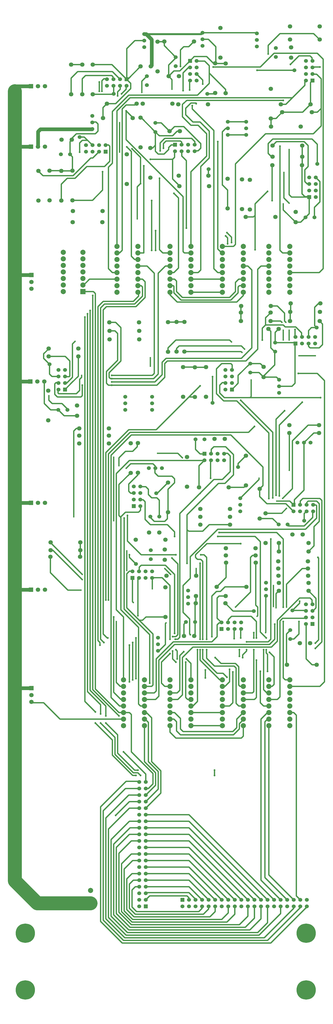
<source format=gbl>
G04 ---------------------------- Layer name :BOTTOM LAYER*
G04 EasyEDA v5.8.16, Sun, 14 Oct 2018 04:50:05 GMT*
G04 5a396672bee444fbbd75647f7a64e84d*
G04 Gerber Generator version 0.2*
G04 Scale: 100 percent, Rotated: No, Reflected: No *
G04 Dimensions in millimeters *
G04 leading zeros omitted , absolute positions ,3 integer and 3 decimal *
%FSLAX33Y33*%
%MOMM*%
G90*
G71D02*

%ADD12C,0.499999*%
%ADD13C,0.799998*%
%ADD14C,1.399997*%
%ADD15C,5.399989*%
%ADD16C,0.750011*%
%ADD17C,0.619760*%
%ADD18C,1.699997*%
%ADD19R,1.699997X1.699997*%
%ADD20C,1.524000*%
%ADD21C,1.999996*%
%ADD22R,1.524000X1.524000*%
%ADD23R,1.999996X1.999996*%
%ADD24C,7.499985*%

%LPD*%
G54D12*
G01X71120Y39624D02*
G01X71120Y40386D01*
G01X70358Y41148D01*
G01X55880Y41148D01*
G01X54356Y39624D01*
G01X73660Y39624D02*
G01X73660Y39878D01*
G01X71120Y42418D01*
G01X54356Y42418D01*
G01X54356Y42164D01*
G01X54356Y44704D02*
G01X71120Y44704D01*
G01X76200Y39624D01*
G01X54356Y47244D02*
G01X71120Y47244D01*
G01X78740Y39624D01*
G01X54356Y49784D02*
G01X71120Y49784D01*
G01X81280Y39624D01*
G01X54356Y52324D02*
G01X71120Y52324D01*
G01X83820Y39624D01*
G01X54356Y54864D02*
G01X71120Y54864D01*
G01X86360Y39624D01*
G01X54356Y57404D02*
G01X71120Y57404D01*
G01X88900Y39624D01*
G01X54356Y59944D02*
G01X71120Y59944D01*
G01X91440Y39624D01*
G01X54356Y62484D02*
G01X71120Y62484D01*
G01X93980Y39624D01*
G01X54356Y65024D02*
G01X71120Y65024D01*
G01X96520Y39624D01*
G01X54356Y67564D02*
G01X71120Y67564D01*
G01X99060Y39624D01*
G01X54356Y70104D02*
G01X71120Y70104D01*
G01X101600Y39624D01*
G01X54356Y72644D02*
G01X71120Y72644D01*
G01X104140Y39624D01*
G01X54356Y82804D02*
G01X55372Y82804D01*
G01X57150Y84582D01*
G01X57150Y88646D01*
G01X51716Y94079D01*
G01X102108Y107188D02*
G01X102108Y49276D01*
G01X111760Y39624D01*
G01X102108Y109728D02*
G01X101600Y109728D01*
G01X100584Y108712D01*
G01X100584Y48260D01*
G01X109220Y39624D01*
G01X102108Y112268D02*
G01X101600Y112268D01*
G01X99060Y109728D01*
G01X99060Y47244D01*
G01X106680Y39624D01*
G01X110236Y112268D02*
G01X111760Y112268D01*
G01X112776Y111252D01*
G01X112776Y41148D01*
G01X114300Y39624D01*
G01X76200Y37084D02*
G01X76200Y36322D01*
G01X74930Y35052D01*
G01X50800Y35052D01*
G01X49022Y36830D01*
G01X49022Y43434D01*
G01X50292Y44704D01*
G01X51816Y44704D01*
G01X78740Y37084D02*
G01X78740Y36068D01*
G01X76708Y34036D01*
G01X50292Y34036D01*
G01X48006Y36322D01*
G01X48006Y45720D01*
G01X49530Y47244D01*
G01X51816Y47244D01*
G01X81280Y37084D02*
G01X81280Y35052D01*
G01X79248Y33020D01*
G01X49784Y33020D01*
G01X46990Y35814D01*
G01X46990Y47752D01*
G01X49022Y49784D01*
G01X51816Y49784D01*
G01X86360Y37084D02*
G01X86360Y34544D01*
G01X83820Y32004D01*
G01X49276Y32004D01*
G01X45974Y35306D01*
G01X45974Y51562D01*
G01X49276Y54864D01*
G01X51816Y54864D01*
G01X88900Y37084D02*
G01X88900Y34036D01*
G01X85852Y30988D01*
G01X49022Y30988D01*
G01X44958Y35052D01*
G01X44958Y53594D01*
G01X48768Y57404D01*
G01X51816Y57404D01*
G01X93980Y37084D02*
G01X93980Y33274D01*
G01X90678Y29972D01*
G01X48768Y29972D01*
G01X43942Y34798D01*
G01X43942Y57658D01*
G01X48768Y62484D01*
G01X51816Y62484D01*
G01X96520Y37084D02*
G01X96520Y32512D01*
G01X92964Y28956D01*
G01X48260Y28956D01*
G01X42926Y34290D01*
G01X42926Y59944D01*
G01X48006Y65024D01*
G01X51816Y65024D01*
G01X99060Y37084D02*
G01X99060Y32258D01*
G01X94742Y27940D01*
G01X47752Y27940D01*
G01X41910Y33782D01*
G01X41910Y61214D01*
G01X48260Y67564D01*
G01X51816Y67564D01*
G01X101600Y37084D02*
G01X101600Y30734D01*
G01X97790Y26924D01*
G01X47244Y26924D01*
G01X40894Y33274D01*
G01X40894Y62992D01*
G01X48006Y70104D01*
G01X51816Y70104D01*
G01X106680Y37084D02*
G01X106680Y34290D01*
G01X98298Y25908D01*
G01X46736Y25908D01*
G01X39878Y32766D01*
G01X39878Y67056D01*
G01X48006Y75184D01*
G01X51816Y75184D01*
G01X111760Y37084D02*
G01X111760Y36322D01*
G01X100330Y24892D01*
G01X46228Y24892D01*
G01X38862Y32258D01*
G01X38862Y71374D01*
G01X47752Y80264D01*
G01X51816Y80264D01*
G01X114300Y37084D02*
G01X114300Y36576D01*
G01X101600Y23876D01*
G01X45720Y23876D01*
G01X37846Y31750D01*
G01X37846Y74168D01*
G01X46482Y82804D01*
G01X51816Y82804D01*
G01X116840Y37084D02*
G01X116840Y36830D01*
G01X102870Y22860D01*
G01X45212Y22860D01*
G01X36830Y31242D01*
G01X36830Y75692D01*
G01X46736Y85598D01*
G01X51562Y85598D01*
G01X51816Y85344D01*
G01X53848Y107188D02*
G01X53848Y97790D01*
G01X53848Y97790D02*
G01X53848Y93218D01*
G01X58166Y88900D01*
G01X58166Y84074D01*
G01X54356Y80264D01*
G01X53848Y109728D02*
G01X54102Y109728D01*
G01X55372Y108458D01*
G01X55372Y98806D01*
G01X55372Y98806D02*
G01X55372Y93218D01*
G01X59182Y89408D01*
G01X59182Y82550D01*
G01X54356Y77724D01*
G01X53848Y112268D02*
G01X54610Y112268D01*
G01X56642Y110236D01*
G01X56642Y99822D01*
G01X56642Y99822D02*
G01X56642Y93218D01*
G01X60198Y89662D01*
G01X60198Y81026D01*
G01X54356Y75184D01*
G01X63754Y107188D02*
G01X63754Y104648D01*
G01X66040Y102362D01*
G01X91440Y102362D01*
G01X92202Y103124D01*
G01X92202Y107188D01*
G01X63754Y109728D02*
G01X65278Y109728D01*
G01X66294Y108712D01*
G01X66294Y105156D01*
G01X67818Y103632D01*
G01X88392Y103632D01*
G01X90678Y105918D01*
G01X90678Y107950D01*
G01X92202Y109474D01*
G01X92202Y109728D01*
G01X63754Y112268D02*
G01X65532Y112268D01*
G01X67818Y109982D01*
G01X67818Y105918D01*
G01X68834Y104902D01*
G01X88138Y104902D01*
G01X89662Y106426D01*
G01X89662Y109728D01*
G01X92202Y112268D01*
G01X81026Y87884D02*
G01X81026Y89916D01*
G01X102108Y117348D02*
G01X105410Y117348D01*
G01X106426Y118364D01*
G01X106426Y147828D01*
G01X107442Y148844D01*
G01X116070Y148844D01*
G01X116438Y149214D01*
G01X63754Y117348D02*
G01X66802Y117348D01*
G01X68580Y119126D01*
G01X68580Y133604D01*
G01X72644Y137668D01*
G01X103124Y137668D01*
G01X105410Y139954D01*
G01X105410Y148082D01*
G01X114046Y156718D01*
G01X118110Y156718D01*
G01X118872Y155956D01*
G01X118872Y154401D01*
G01X118981Y154294D01*
G01X53848Y117348D02*
G01X58166Y117348D01*
G01X59436Y118618D01*
G01X59436Y132588D01*
G01X65532Y138684D01*
G01X102362Y138684D01*
G01X104394Y140716D01*
G01X104394Y140716D02*
G01X104394Y146558D01*
G01X102108Y119888D02*
G01X101346Y119888D01*
G01X100076Y121158D01*
G01X100076Y136652D01*
G01X92202Y119888D02*
G01X95758Y119888D01*
G01X96266Y120396D01*
G01X96266Y136652D01*
G01X96266Y141224D02*
G01X96266Y143256D01*
G01X63754Y119888D02*
G01X66548Y119888D01*
G01X67564Y120904D01*
G01X67564Y134366D01*
G01X69088Y135890D01*
G01X91186Y141224D02*
G01X91186Y144553D01*
G01X91302Y144670D01*
G01X53848Y119888D02*
G01X57658Y119888D01*
G01X58420Y120650D01*
G01X58420Y133096D01*
G01X65024Y139700D01*
G01X67310Y139700D01*
G01X92202Y122428D02*
G01X90932Y122428D01*
G01X90424Y122936D01*
G01X90424Y130048D01*
G01X89154Y131318D01*
G01X83566Y131318D01*
G01X81280Y133604D01*
G01X51308Y149860D02*
G01X51308Y164111D01*
G01X51678Y164482D01*
G01X53848Y122428D02*
G01X56642Y122428D01*
G01X57150Y122936D01*
G01X57150Y142748D01*
G01X48260Y151638D01*
G01X46990Y152908D01*
G01X46990Y166116D01*
G01X48006Y167132D01*
G01X49029Y167132D01*
G01X49138Y167022D01*
G01X63754Y122428D02*
G01X61722Y122428D01*
G01X60452Y123698D01*
G01X60452Y131826D01*
G01X63754Y135128D01*
G01X63754Y140716D02*
G01X63754Y161544D01*
G01X60706Y164592D01*
G01X56865Y164592D01*
G01X56758Y164482D01*
G01X102108Y122428D02*
G01X103378Y122428D01*
G01X104140Y123190D01*
G01X104140Y133858D01*
G01X102362Y135636D01*
G01X65532Y143002D02*
G01X65532Y165862D01*
G01X61976Y169418D01*
G01X52578Y169418D01*
G01X51816Y168656D01*
G01X51816Y167162D01*
G01X51678Y167022D01*
G01X92202Y117348D02*
G01X96520Y117348D01*
G01X97282Y118110D01*
G01X97282Y132588D01*
G01X53848Y114808D02*
G01X52324Y114808D01*
G01X51562Y115570D01*
G01X51562Y145288D01*
G01X44704Y152146D01*
G01X44704Y183388D01*
G01X71882Y107188D02*
G01X84074Y107188D01*
G01X54356Y85344D02*
G01X54356Y88392D01*
G01X45720Y97028D01*
G01X55880Y123698D02*
G01X55880Y142494D01*
G01X45974Y152400D01*
G01X45974Y187706D01*
G01X44704Y183388D02*
G01X44704Y188214D01*
G01X46482Y189992D01*
G01X51562Y189992D01*
G01X52324Y190754D01*
G01X52324Y192285D01*
G01X52217Y192394D01*
G01X45720Y124968D02*
G01X45720Y149352D01*
G01X42926Y152146D01*
G01X42926Y204978D01*
G01X48006Y210058D01*
G01X76969Y210058D01*
G01X77078Y210164D01*
G01X45720Y114808D02*
G01X44196Y114808D01*
G01X40894Y118110D01*
G01X40894Y212090D01*
G01X48768Y219964D01*
G01X87376Y219964D01*
G01X99822Y207518D01*
G01X99822Y200406D01*
G01X67310Y139700D02*
G01X80010Y139700D01*
G01X82042Y141732D01*
G01X82042Y146304D01*
G01X82804Y147066D01*
G01X83535Y147066D01*
G01X83682Y147210D01*
G01X71882Y124968D02*
G01X71882Y131318D01*
G01X70104Y133096D01*
G01X71882Y114808D02*
G01X72644Y114808D01*
G01X74422Y116586D01*
G01X74422Y136652D01*
G01X71628Y172720D02*
G01X82296Y183388D01*
G01X116332Y183388D01*
G01X120650Y187706D01*
G01X120650Y192532D01*
G01X120396Y192786D01*
G01X119349Y192786D01*
G01X119242Y192895D01*
G01X84074Y124968D02*
G01X83058Y124968D01*
G01X75438Y132588D01*
G01X75438Y136652D01*
G01X75438Y140716D02*
G01X75438Y170180D01*
G01X70358Y170180D02*
G01X70358Y188976D01*
G01X82550Y201168D01*
G01X85090Y201168D01*
G01X88392Y204470D01*
G01X88392Y212344D01*
G01X85344Y215392D01*
G01X80772Y215392D01*
G01X79756Y214376D01*
G01X79756Y212844D01*
G01X79618Y212704D01*
G01X110236Y124968D02*
G01X108458Y124968D01*
G01X107696Y125730D01*
G01X107696Y147574D01*
G01X107696Y153162D02*
G01X107696Y179578D01*
G01X105156Y182118D01*
G01X82804Y182118D01*
G01X79502Y203200D02*
G01X79502Y210047D01*
G01X79618Y210164D01*
G01X92202Y114808D02*
G01X90424Y114808D01*
G01X89408Y115824D01*
G01X89408Y129540D01*
G01X88646Y130302D01*
G01X81026Y130302D01*
G01X77978Y133350D01*
G01X77978Y136652D01*
G01X77978Y140716D02*
G01X77978Y172466D01*
G01X76962Y173482D01*
G01X75692Y173482D01*
G01X66040Y173482D02*
G01X52578Y173482D01*
G01X47244Y178816D01*
G01X47244Y188722D01*
G01X51716Y94079D02*
G01X48768Y97028D01*
G01X48768Y111506D01*
G01X48006Y112268D01*
G01X45720Y112268D01*
G01X66548Y133096D02*
G01X66548Y136144D01*
G01X66040Y136652D01*
G01X65786Y140716D02*
G01X66802Y140716D01*
G01X67564Y141478D01*
G01X67564Y172212D01*
G01X67564Y172212D02*
G01X67564Y189484D01*
G01X80772Y202692D01*
G01X84074Y202692D01*
G01X87122Y205740D01*
G01X87122Y211836D01*
G01X86106Y212852D01*
G01X84843Y212852D01*
G01X84698Y212704D01*
G01X102108Y114808D02*
G01X100076Y114808D01*
G01X98806Y116078D01*
G01X98806Y128270D01*
G01X97282Y141224D02*
G01X97282Y147574D01*
G01X95250Y149606D01*
G01X88900Y149606D01*
G01X88900Y149606D02*
G01X87630Y149606D01*
G01X86360Y148336D01*
G01X86360Y147350D01*
G01X86222Y147210D01*
G01X101092Y141224D02*
G01X98806Y143510D01*
G01X98806Y178562D01*
G01X96774Y180594D01*
G01X82296Y180594D01*
G01X110236Y122428D02*
G01X121920Y122428D01*
G01X123698Y124206D01*
G01X123698Y235440D01*
G01X122174Y234442D02*
G01X84836Y234442D01*
G01X83058Y236220D01*
G01X83058Y239268D01*
G01X84074Y240284D01*
G01X85059Y240284D01*
G01X85199Y240146D01*
G01X84074Y114808D02*
G01X86868Y114808D01*
G01X88138Y116078D01*
G01X88138Y128016D01*
G01X120142Y137160D02*
G01X122682Y139700D01*
G01X122682Y194564D01*
G01X121920Y195326D01*
G01X115316Y195326D01*
G01X114300Y194310D01*
G01X114300Y193032D01*
G01X114162Y192892D01*
G01X84074Y122428D02*
G01X85090Y122428D01*
G01X86868Y124206D01*
G01X86868Y129032D01*
G01X120142Y139192D02*
G01X121412Y140462D01*
G01X121412Y172212D01*
G01X121158Y172466D01*
G01X106172Y196342D02*
G01X106172Y223774D01*
G01X115062Y232664D01*
G01X85852Y125984D02*
G01X84328Y127508D01*
G01X82042Y127508D01*
G01X76454Y133096D01*
G01X76454Y136652D01*
G01X76454Y140716D02*
G01X76454Y170644D01*
G01X76454Y170644D02*
G01X76454Y170942D01*
G01X75692Y171704D01*
G01X74422Y171704D01*
G01X73660Y172466D01*
G01X73660Y173482D01*
G01X77942Y177764D01*
G01X77978Y177800D02*
G01X91186Y177800D01*
G01X103632Y195580D02*
G01X103632Y220980D01*
G01X91186Y233426D01*
G01X77470Y125730D02*
G01X77470Y128778D01*
G01X91948Y133604D02*
G01X91948Y134620D01*
G01X93472Y136144D01*
G01X93472Y136652D01*
G01X93472Y139700D02*
G01X101854Y139700D01*
G01X102870Y140716D01*
G01X102870Y179578D01*
G01X104902Y196596D02*
G01X104902Y226060D01*
G01X108204Y229362D01*
G01X71882Y117348D02*
G01X70612Y117348D01*
G01X69850Y118110D01*
G01X69850Y131826D01*
G01X64770Y141732D02*
G01X66040Y141732D01*
G01X66802Y142494D01*
G01X66802Y169926D01*
G01X64516Y172212D01*
G01X102108Y195326D02*
G01X102108Y220726D01*
G01X89662Y233172D01*
G01X84582Y233172D01*
G01X81788Y235966D01*
G01X81788Y245618D01*
G01X83820Y247650D01*
G01X87376Y247650D01*
G01X87884Y247142D01*
G01X87884Y245371D01*
G01X87739Y245226D01*
G01X45720Y122428D02*
G01X44450Y122428D01*
G01X42926Y123952D01*
G01X42926Y147574D01*
G01X39878Y155956D02*
G01X39878Y212598D01*
G01X48260Y220980D01*
G01X94234Y220980D01*
G01X96520Y223266D01*
G01X45720Y117348D02*
G01X44704Y117348D01*
G01X41910Y120142D01*
G01X41910Y149352D01*
G01X38862Y155956D02*
G01X38862Y213106D01*
G01X47752Y221996D01*
G01X58420Y221996D01*
G01X75438Y239014D01*
G01X45720Y112268D02*
G01X43942Y112268D01*
G01X34798Y121412D01*
G01X34798Y274828D01*
G01X34036Y275590D01*
G01X29972Y275590D01*
G01X43180Y280416D02*
G01X32512Y280416D01*
G01X30099Y278003D01*
G01X29972Y278130D01*
G01X48006Y124206D02*
G01X48006Y138430D01*
G01X49276Y124968D02*
G01X49276Y139446D01*
G01X50546Y125476D02*
G01X50546Y141224D01*
G01X36576Y138430D02*
G01X36576Y139446D01*
G01X35814Y140208D01*
G01X35814Y269748D01*
G01X37846Y271780D01*
G01X49530Y271780D01*
G01X51562Y273812D01*
G01X51562Y275082D01*
G01X51308Y275336D01*
G01X38100Y139446D02*
G01X36830Y140716D01*
G01X36830Y269240D01*
G01X38354Y270764D01*
G01X50038Y270764D01*
G01X53086Y273812D01*
G01X53086Y277368D01*
G01X52578Y277876D01*
G01X51308Y277876D01*
G01X39624Y141224D02*
G01X39370Y141224D01*
G01X37846Y142748D01*
G01X37846Y268478D01*
G01X39116Y269748D01*
G01X50546Y269748D01*
G01X54102Y273304D01*
G01X54102Y279400D01*
G01X53086Y280416D01*
G01X51308Y280416D01*
G01X63754Y280416D02*
G01X65532Y280416D01*
G01X66294Y279654D01*
G01X66294Y275590D01*
G01X68580Y273304D01*
G01X86868Y273304D01*
G01X89154Y275590D01*
G01X89154Y279146D01*
G01X90424Y280416D01*
G01X92202Y280416D01*
G01X63754Y277876D02*
G01X65024Y277876D01*
G01X65278Y277622D01*
G01X65278Y275082D01*
G01X67564Y272796D01*
G01X68072Y272288D01*
G01X87376Y272288D01*
G01X90170Y275082D01*
G01X90170Y277368D01*
G01X90678Y277876D01*
G01X92202Y277876D01*
G01X63754Y275336D02*
G01X63754Y274320D01*
G01X66548Y271526D01*
G01X89662Y271526D01*
G01X92202Y274066D01*
G01X92202Y275336D01*
G01X43942Y110998D02*
G01X33782Y121158D01*
G01X33782Y274066D01*
G01X51308Y89916D02*
G01X50038Y89916D01*
G01X43434Y96520D01*
G01X43434Y103632D01*
G01X38862Y108204D01*
G01X38862Y110998D02*
G01X38862Y114808D01*
G01X32766Y120904D01*
G01X32766Y268224D01*
G01X71882Y275336D02*
G01X84074Y275336D01*
G01X49530Y88900D02*
G01X42418Y96012D01*
G01X42418Y102616D01*
G01X36830Y108204D01*
G01X36830Y111760D02*
G01X36830Y115316D01*
G01X31750Y120396D01*
G01X31750Y266954D01*
G01X50546Y87884D02*
G01X49276Y87884D01*
G01X41402Y95758D01*
G01X41402Y101600D01*
G01X34798Y108204D01*
G01X34798Y112522D02*
G01X30734Y116586D01*
G01X30734Y265684D01*
G01X51308Y285496D02*
G01X54864Y285496D01*
G01X57658Y282702D01*
G01X57658Y243840D01*
G01X56896Y243078D01*
G01X41148Y243078D01*
G01X63754Y285496D02*
G01X61976Y285496D01*
G01X59182Y282702D01*
G01X59182Y243586D01*
G01X57404Y241808D01*
G01X41148Y241808D01*
G01X92202Y285496D02*
G01X93980Y285496D01*
G01X95504Y283972D01*
G01X95504Y253746D01*
G01X91440Y249682D01*
G01X62230Y249682D01*
G01X60706Y248158D01*
G01X60706Y243332D01*
G01X57912Y240538D01*
G01X41148Y240538D01*
G01X102108Y285496D02*
G01X99060Y285496D01*
G01X97790Y284226D01*
G01X97790Y253238D01*
G01X93218Y248666D01*
G01X62738Y248666D01*
G01X61722Y247650D01*
G01X61722Y242316D01*
G01X58674Y239268D01*
G01X41148Y239268D01*
G01X29718Y239268D02*
G01X29718Y235204D01*
G01X29210Y234696D01*
G01X20066Y234696D01*
G01X19050Y235712D01*
G01X19050Y239776D01*
G01X19558Y240284D01*
G01X20289Y240284D01*
G01X20426Y240146D01*
G01X43180Y293116D02*
G01X43180Y345694D01*
G01X48260Y350774D01*
G01X111252Y350774D01*
G01X116078Y355600D01*
G01X116078Y357131D01*
G01X116438Y357494D01*
G01X43180Y282956D02*
G01X41402Y282956D01*
G01X39878Y284480D01*
G01X39878Y323850D01*
G01X41402Y325374D01*
G01X41402Y345440D01*
G01X47752Y351790D01*
G01X74422Y351790D01*
G01X78994Y356362D01*
G01X78994Y363220D01*
G01X77216Y364998D01*
G01X74198Y364998D01*
G01X74061Y365135D01*
G01X43180Y290576D02*
G01X44196Y290576D01*
G01X45212Y291592D01*
G01X45212Y345991D01*
G01X44958Y352298D02*
G01X46736Y354076D01*
G01X46736Y355315D01*
G01X46873Y355452D01*
G01X43434Y351536D02*
G01X43434Y353060D01*
G01X44450Y354076D01*
G01X44450Y355338D01*
G01X44333Y355452D01*
G01X110236Y282956D02*
G01X121666Y282956D01*
G01X123190Y284480D01*
G01X123190Y365760D01*
G01X120904Y368046D01*
G01X104140Y368046D01*
G01X98806Y362712D01*
G01X80518Y362712D01*
G01X110236Y290576D02*
G01X107442Y290576D01*
G01X106426Y291592D01*
G01X106426Y331978D01*
G01X84074Y293116D02*
G01X88392Y293116D01*
G01X89154Y293878D01*
G01X89154Y325120D01*
G01X100838Y336804D01*
G01X119380Y336804D01*
G01X122428Y339852D01*
G01X122428Y358140D01*
G01X120650Y359918D01*
G01X119095Y359918D01*
G01X118981Y360034D01*
G01X84074Y290576D02*
G01X83820Y290576D01*
G01X82296Y292100D01*
G01X82296Y333756D01*
G01X84074Y282956D02*
G01X82296Y282956D01*
G01X80772Y284480D01*
G01X80772Y338074D01*
G01X76200Y342646D01*
G01X72390Y346456D01*
G01X72390Y347726D01*
G01X68834Y353568D02*
G01X68834Y360426D01*
G01X71120Y362712D01*
G01X71404Y362712D01*
G01X71521Y362595D01*
G01X71882Y293116D02*
G01X71882Y322072D01*
G01X77978Y328168D01*
G01X77978Y336804D01*
G01X74676Y340106D01*
G01X71882Y340106D01*
G01X68580Y343408D01*
G01X68580Y348234D01*
G01X68961Y348615D01*
G01X70231Y349758D01*
G01X70231Y349758D02*
G01X107696Y349758D01*
G01X110490Y363728D02*
G01X113792Y367030D01*
G01X113792Y367030D02*
G01X118110Y367030D01*
G01X118872Y366268D01*
G01X118872Y365221D01*
G01X118981Y365114D01*
G01X71882Y290576D02*
G01X69342Y290576D01*
G01X68834Y291084D01*
G01X68834Y312420D01*
G01X46736Y334518D01*
G01X46736Y345694D01*
G01X37338Y353314D02*
G01X37338Y357378D01*
G01X38100Y358140D01*
G01X39108Y358140D01*
G01X39253Y357992D01*
G01X71882Y282956D02*
G01X74676Y282956D01*
G01X75692Y283972D01*
G01X75692Y324104D01*
G01X78994Y327406D01*
G01X78994Y337820D01*
G01X78994Y337820D02*
G01X75438Y341376D01*
G01X72644Y341376D01*
G01X69850Y344170D01*
G01X69850Y346710D01*
G01X71882Y348742D01*
G01X73914Y348742D01*
G01X73914Y348488D01*
G01X71374Y353822D02*
G01X71374Y357367D01*
G01X71521Y357515D01*
G01X51308Y290576D02*
G01X53594Y290576D01*
G01X53594Y324358D01*
G01X56134Y326898D02*
G01X64770Y326898D01*
G01X65532Y327660D01*
G01X65532Y329938D01*
G01X65648Y330052D01*
G01X51308Y288036D02*
G01X50038Y288036D01*
G01X48768Y289306D01*
G01X48768Y329946D01*
G01X46990Y331724D01*
G01X56642Y291592D02*
G01X56642Y310896D01*
G01X58166Y291592D02*
G01X58166Y299212D01*
G01X63754Y290576D02*
G01X60960Y290576D01*
G01X59690Y291846D01*
G01X59690Y319532D01*
G01X59944Y330200D02*
G01X59944Y333248D01*
G01X61722Y335026D01*
G01X72136Y335026D01*
G01X73406Y333756D01*
G01X73406Y332732D01*
G01X73268Y332595D01*
G01X63754Y282956D02*
G01X65278Y282956D01*
G01X67056Y284734D01*
G01X67056Y311912D01*
G01X65278Y313690D01*
G01X61214Y331216D02*
G01X61214Y332994D01*
G01X62230Y334010D01*
G01X67818Y334010D01*
G01X68326Y333502D01*
G01X68326Y332732D01*
G01X68188Y332592D01*
G01X87630Y294640D02*
G01X87630Y296672D01*
G01X85852Y298450D01*
G01X96774Y291846D02*
G01X96774Y309626D01*
G01X101600Y314452D01*
G01X86106Y294132D02*
G01X86106Y296418D01*
G01X85344Y297180D01*
G01X70104Y300228D02*
G01X70104Y326390D01*
G01X68326Y328168D01*
G01X68326Y329915D01*
G01X68188Y330052D01*
G01X52324Y317500D02*
G01X52324Y327660D01*
G01X49022Y330962D01*
G01X121920Y362712D02*
G01X119118Y362712D01*
G01X118981Y362574D01*
G01X106728Y348213D02*
G01X108691Y348213D01*
G01X112014Y351536D01*
G01X112014Y361442D02*
G01X97536Y361442D01*
G01X101854Y367792D02*
G01X101854Y371094D01*
G01X106426Y375666D01*
G01X119479Y375666D01*
G01X121785Y373359D01*
G01X76454Y356108D02*
G01X76454Y357662D01*
G01X74061Y360055D01*
G01X78232Y352298D02*
G01X80871Y352298D01*
G01X81259Y352686D01*
G01X67818Y362966D02*
G01X67818Y369316D01*
G01X69088Y370586D01*
G01X71004Y370586D01*
G01X73016Y372597D01*
G01X85364Y352600D02*
G01X85364Y353992D01*
G01X78994Y360362D01*
G01X41910Y352298D02*
G01X41910Y355338D01*
G01X41793Y355452D01*
G01X33761Y352178D02*
G01X41793Y352178D01*
G01X41910Y352298D01*
G01X36322Y353314D02*
G01X36322Y356870D01*
G01X29697Y352178D02*
G01X29697Y358119D01*
G01X30988Y359410D01*
G01X41148Y359410D01*
G01X41656Y358902D01*
G01X41656Y358132D01*
G01X41793Y357992D01*
G01X119796Y304355D02*
G01X119796Y308264D01*
G01X121920Y310388D01*
G01X121920Y318269D01*
G01X120289Y319902D01*
G01X58102Y341030D02*
G01X60370Y341030D01*
G01X63581Y337820D01*
G01X63578Y337820D02*
G01X63754Y337820D01*
G01X65532Y339598D01*
G01X69088Y339598D01*
G01X75692Y332994D01*
G01X75692Y331216D01*
G01X74676Y330200D01*
G01X73413Y330200D01*
G01X73268Y330055D01*
G01X33665Y332376D02*
G01X33637Y332376D01*
G01X30479Y335534D01*
G01X28702Y335534D01*
G01X21569Y310944D02*
G01X21569Y317225D01*
G01X23876Y319532D01*
G01X26924Y319532D01*
G01X31496Y324104D01*
G01X38354Y324104D01*
G01X40386Y326136D01*
G01X40386Y331978D01*
G01X39878Y332486D01*
G01X38854Y332486D01*
G01X38745Y332376D01*
G01X28702Y329692D02*
G01X28702Y333248D01*
G01X29718Y334264D01*
G01X31727Y334264D01*
G01X25928Y311030D02*
G01X33665Y311030D01*
G01X37592Y314957D01*
G01X37592Y322072D01*
G01X67358Y316504D02*
G01X67358Y316689D01*
G01X64770Y319278D01*
G01X64770Y326898D01*
G01X64785Y326913D01*
G01X78605Y320568D02*
G01X78605Y322950D01*
G01X78740Y323088D01*
G01X103378Y310896D02*
G01X103378Y324584D01*
G01X103426Y324632D01*
G01X103515Y327893D02*
G01X103144Y327893D01*
G01X101854Y329184D01*
G01X101854Y332994D01*
G01X103632Y334772D01*
G01X118872Y334772D01*
G01X120904Y332740D01*
G01X120904Y325120D01*
G01X117749Y317362D02*
G01X116977Y317362D01*
G01X116078Y318262D01*
G01X116078Y322834D01*
G01X117348Y324104D01*
G01X117348Y332232D01*
G01X115824Y333756D01*
G01X105057Y333756D01*
G01X103513Y332211D01*
G01X104584Y252313D02*
G01X104302Y252313D01*
G01X102870Y253746D01*
G01X102870Y260176D01*
G01X101934Y261112D01*
G01X123698Y235440D02*
G01X123698Y241046D01*
G01X120904Y243840D01*
G01X113538Y243840D01*
G01X99568Y256794D02*
G01X99568Y261366D01*
G01X100838Y262636D01*
G01X107696Y262636D01*
G01X108458Y261874D01*
G01X112522Y261874D01*
G01X114808Y259588D01*
G01X114808Y258071D01*
G01X114924Y257954D01*
G01X117464Y255414D02*
G01X117464Y254391D01*
G01X118110Y253746D01*
G01X121666Y253746D01*
G01X122936Y255016D01*
G01X122936Y262989D01*
G01X121785Y264139D01*
G01X122039Y270997D02*
G01X121391Y270997D01*
G01X119888Y269494D01*
G01X119888Y262382D01*
G01X120650Y261620D01*
G01X112268Y260858D02*
G01X112268Y258071D01*
G01X112384Y257954D01*
G01X94931Y244185D02*
G01X98284Y244185D01*
G01X100076Y242394D01*
G01X100076Y242394D02*
G01X100076Y242824D01*
G01X104394Y247142D01*
G01X104394Y252122D01*
G01X104584Y252313D01*
G01X80264Y232410D02*
G01X80264Y242570D01*
G01X73426Y234744D02*
G01X71274Y234744D01*
G01X71221Y234797D01*
G01X20426Y242686D02*
G01X17917Y242686D01*
G01X17018Y243586D01*
G01X17018Y247396D01*
G01X27686Y227408D02*
G01X22682Y227408D01*
G01X20411Y229679D01*
G01X16647Y250464D02*
G01X23093Y250464D01*
G01X24892Y248666D01*
G01X24892Y242824D01*
G01X24638Y242570D01*
G01X23083Y242570D01*
G01X22969Y242686D01*
G01X16647Y253512D02*
G01X16647Y253372D01*
G01X14732Y251460D01*
G01X14732Y249682D01*
G01X17018Y247396D01*
G01X59598Y188277D02*
G01X59598Y194655D01*
G01X58674Y195580D01*
G01X56642Y195580D01*
G01X55372Y196850D01*
G01X55372Y198882D01*
G01X54356Y199898D01*
G01X52331Y199898D01*
G01X52217Y200014D01*
G01X65532Y180594D02*
G01X65532Y182372D01*
G01X62738Y185166D01*
G01X56134Y185166D01*
G01X54102Y187198D01*
G01X54102Y194056D01*
G01X53340Y194818D01*
G01X52331Y194818D01*
G01X52217Y194934D01*
G01X115824Y186690D02*
G01X115824Y189476D01*
G01X116702Y190352D01*
G01X44704Y187960D02*
G01X43942Y188722D01*
G01X43942Y200728D01*
G01X48493Y205280D01*
G01X51328Y205366D02*
G01X51328Y204490D01*
G01X47752Y200914D01*
G01X47752Y198120D01*
G01X48514Y197358D01*
G01X49560Y197358D01*
G01X49677Y197474D01*
G01X74978Y199664D02*
G01X74978Y208066D01*
G01X77078Y210164D01*
G01X58420Y197358D02*
G01X58790Y197358D01*
G01X62971Y201538D01*
G01X116702Y192895D02*
G01X116702Y193664D01*
G01X117348Y194310D01*
G01X120650Y194310D01*
G01X121666Y193294D01*
G01X121666Y186436D01*
G01X119634Y184404D01*
G01X119634Y176938D01*
G01X117464Y174772D01*
G01X109382Y185230D02*
G01X109382Y185003D01*
G01X109728Y184658D01*
G01X115316Y184658D01*
G01X115316Y184658D02*
G01X115824Y184658D01*
G01X119126Y187960D01*
G01X119126Y190469D01*
G01X119242Y190352D01*
G01X111252Y151892D02*
G01X116301Y151892D01*
G01X116441Y151754D01*
G01X110426Y140807D02*
G01X111851Y140807D01*
G01X113792Y142748D01*
G01X113792Y147574D01*
G01X118981Y151754D02*
G01X119242Y151754D01*
G01X120396Y152908D01*
G01X120396Y156562D01*
G01X117466Y159491D01*
G01X114046Y155448D02*
G01X114046Y154686D01*
G01X111252Y151892D01*
G01X120601Y130830D02*
G01X118851Y130830D01*
G01X116586Y133096D01*
G01X116586Y146527D01*
G01X116438Y146674D01*
G01X69169Y141986D02*
G01X69169Y146608D01*
G01X69941Y147383D01*
G01X85295Y157500D02*
G01X82824Y157500D01*
G01X82042Y156718D01*
G01X82042Y148851D01*
G01X83682Y147210D01*
G01X96266Y151638D02*
G01X88237Y151638D01*
G01X85206Y154665D01*
G01X48006Y173482D02*
G01X48006Y172466D01*
G01X50546Y169926D01*
G01X61996Y149400D02*
G01X54404Y149400D01*
G01X53086Y148082D01*
G01X51816Y148082D01*
G01X51584Y148313D01*
G01X51816Y77724D02*
G01X48006Y77724D01*
G01X42672Y72390D01*
G54D15*
G01X32941Y38313D02*
G01X12232Y38313D01*
G01X3556Y46990D01*
G01X3556Y353314D01*
G54D14*
G01X9839Y355239D02*
G01X3959Y355239D01*
G01X3556Y354838D01*
G01X9839Y331828D02*
G01X4015Y331828D01*
G01X3556Y331370D01*
G01X10012Y282006D02*
G01X3802Y282006D01*
G01X3556Y281759D01*
G01X9839Y193652D02*
G01X3919Y193652D01*
G01X3556Y193291D01*
G01X9839Y159913D02*
G01X5473Y159913D01*
G01X3556Y157995D01*
G01X10012Y121732D02*
G01X3723Y121732D01*
G01X3556Y121564D01*
G01X9585Y240685D02*
G01X3566Y240685D01*
G01X3556Y240675D01*
G54D12*
G01X20411Y229679D02*
G01X17401Y229679D01*
G01X14925Y232156D01*
G01X58102Y337530D02*
G01X58102Y330009D01*
G01X59182Y328930D01*
G01X61468Y328930D01*
G01X63246Y330708D01*
G01X63246Y331470D01*
G01X64262Y332486D01*
G01X65542Y332486D01*
G01X65648Y332592D01*
G01X45720Y109728D02*
G01X21082Y109728D01*
G01X14732Y116078D01*
G01X10325Y116078D01*
G01X10012Y116392D01*
G01X14925Y232156D02*
G01X14925Y240685D01*
G01X71882Y112268D02*
G01X84074Y112268D01*
G01X71882Y280416D02*
G01X84074Y280416D01*
G01X117464Y257954D02*
G01X117464Y260466D01*
G01X118618Y261620D01*
G01X120650Y261620D01*
G01X66040Y131826D02*
G01X64770Y133096D01*
G01X64770Y136144D01*
G01X90678Y134112D02*
G01X90678Y136652D01*
G01X93337Y161015D02*
G01X85069Y161015D01*
G01X83312Y159258D01*
G01X81788Y159258D01*
G01X80010Y157480D01*
G01X80010Y141732D01*
G01X88646Y140970D02*
G01X88646Y144556D01*
G01X88762Y144670D01*
G01X101600Y128270D02*
G01X101600Y134874D01*
G01X101092Y135382D01*
G01X101092Y136652D01*
G01X29464Y243078D02*
G01X29464Y242316D01*
G01X28702Y241554D01*
G01X28702Y237236D01*
G01X27432Y235966D01*
G01X20574Y235966D01*
G01X20320Y236220D01*
G01X20320Y237497D01*
G01X20429Y237606D01*
G01X99822Y200406D02*
G01X99822Y200337D01*
G01X98572Y199087D01*
G01X98572Y199087D02*
G01X98572Y196067D01*
G01X101346Y193294D01*
G01X108681Y193294D01*
G01X111622Y190352D01*
G01X45212Y345991D02*
G01X45212Y346456D01*
G01X46736Y347980D01*
G01X50223Y347980D01*
G01X50751Y348508D01*
G01X49530Y88900D02*
G01X51308Y88900D01*
G01X52324Y87884D01*
G01X100910Y157548D02*
G01X100910Y143328D01*
G01X100838Y143256D01*
G01X71628Y172720D02*
G01X71628Y164338D01*
G01X68834Y161544D01*
G01X68834Y151130D01*
G01X71374Y148590D01*
G01X71374Y142748D01*
G01X71628Y142494D01*
G01X73795Y157500D02*
G01X73795Y154753D01*
G01X73708Y154665D01*
G01X73442Y147384D02*
G01X73442Y142276D01*
G01X73168Y142002D01*
G01X73442Y147384D02*
G01X73442Y154399D01*
G01X73708Y154665D01*
G01X49138Y164484D02*
G01X49138Y155331D01*
G01X49530Y154940D01*
G01X59109Y136212D02*
G01X59504Y136212D01*
G01X61976Y138684D01*
G01X61976Y146812D01*
G01X62230Y147066D01*
G01X76381Y375988D02*
G01X97209Y375988D01*
G01X97463Y375734D01*
G54D13*
G01X53775Y375480D02*
G01X75873Y375480D01*
G01X76381Y375988D01*
G54D14*
G01X53775Y375480D02*
G01X54541Y375480D01*
G01X56642Y373380D01*
G01X56642Y363299D01*
G01X56308Y362966D01*
G54D12*
G01X53775Y372940D02*
G01X50106Y372940D01*
G01X46990Y369824D01*
G01X46990Y358110D01*
G01X46873Y357993D01*
G01X46873Y357993D02*
G01X47351Y357993D01*
G01X52307Y362949D01*
G01X33761Y363679D02*
G01X41187Y363679D01*
G01X46873Y357993D01*
G01X39251Y348508D02*
G01X42692Y348508D01*
G01X48514Y354330D01*
G01X48514Y356354D01*
G01X46873Y357995D01*
G01X76381Y373448D02*
G01X78671Y373448D01*
G01X81534Y370586D01*
G01X81534Y364462D01*
G01X81259Y364187D01*
G01X85364Y364100D02*
G01X81347Y364100D01*
G01X81259Y364187D01*
G01X81259Y364187D02*
G01X80566Y364187D01*
G01X77978Y366776D01*
G01X73160Y366776D01*
G01X71520Y365135D01*
G01X71520Y365135D02*
G01X71511Y365135D01*
G01X67564Y361188D01*
G01X65278Y361188D01*
G01X63229Y359139D01*
G01X61516Y372597D02*
G01X61516Y371018D01*
G01X65976Y366557D01*
G01X65975Y366558D02*
G01X65975Y366203D01*
G01X63246Y363474D01*
G01X63246Y359156D01*
G01X63229Y359139D01*
G01X44196Y341122D02*
G01X44196Y329946D01*
G01X44196Y329692D01*
G54D14*
G01X12510Y331829D02*
G01X12510Y337630D01*
G01X13462Y338582D01*
G01X33532Y338582D01*
G01X33600Y338650D01*
G54D12*
G01X17038Y322531D02*
G01X21482Y322531D01*
G01X21569Y322444D01*
G01X21569Y322444D02*
G01X25840Y322444D01*
G01X25928Y322531D01*
G01X25928Y322531D02*
G01X25928Y327865D01*
G01X24928Y328865D01*
G01X24928Y328865D02*
G01X24928Y333760D01*
G01X25670Y334501D01*
G01X25669Y334502D02*
G01X25669Y335041D01*
G01X27432Y336804D01*
G01X34798Y336804D01*
G01X35814Y337820D01*
G01X35814Y340614D01*
G01X35052Y341376D01*
G01X33787Y341376D01*
G01X33599Y341190D01*
G01X86178Y341444D02*
G01X93290Y341444D01*
G01X86178Y336364D02*
G01X93290Y336364D01*
G01X115013Y332211D02*
G01X115013Y327893D01*
G01X115013Y327893D01*
G01X115013Y327893D02*
G01X115013Y324720D01*
G01X114926Y324632D01*
G01X114926Y324632D02*
G01X114926Y313571D01*
G01X116078Y312420D01*
G01X117610Y312420D01*
G01X117748Y312282D01*
G01X112505Y302497D02*
G01X114437Y302497D01*
G01X116295Y304356D01*
G01X117748Y312282D02*
G01X117748Y305808D01*
G01X116295Y304356D01*
G01X117748Y312282D02*
G01X110881Y312282D01*
G01X109982Y313182D01*
G01X109982Y330708D01*
G01X86178Y338904D02*
G01X85412Y338904D01*
G01X84074Y337566D01*
G01X84074Y316992D01*
G01X67580Y337803D02*
G01X66531Y337803D01*
G01X64770Y336042D01*
G01X59589Y336042D01*
G01X58101Y337529D01*
G01X52344Y343105D02*
G01X52525Y343105D01*
G01X58101Y337529D01*
G01X110538Y270997D02*
G01X110538Y267902D01*
G01X110371Y267736D01*
G01X110371Y267736D02*
G01X110371Y264227D01*
G01X110284Y264139D01*
G01X104584Y255813D02*
G01X104584Y259778D01*
G01X105934Y261128D01*
G01X94931Y247686D02*
G01X98769Y247686D01*
G01X100060Y246395D01*
G01X68813Y246331D02*
G01X73338Y246331D01*
G01X73426Y246244D01*
G01X73426Y246244D02*
G01X77616Y246244D01*
G01X77703Y246331D01*
G01X94931Y247686D02*
G01X94778Y247686D01*
G01X90170Y243078D01*
G01X90170Y240037D01*
G01X87739Y237606D01*
G01X100076Y242396D02*
G01X105071Y242396D01*
G01X106099Y241368D01*
G01X106099Y238828D02*
G01X111066Y238828D01*
G01X112268Y240030D01*
G01X112268Y255299D01*
G01X112384Y255416D01*
G01X104583Y255814D02*
G01X111986Y255814D01*
G01X112384Y255416D01*
G01X105966Y174772D02*
G01X105966Y178074D01*
G01X56097Y188278D02*
G01X56097Y187996D01*
G01X57658Y186436D01*
G01X61722Y186436D01*
G01X62738Y187452D01*
G01X62738Y189806D01*
G01X62971Y190040D01*
G01X62971Y190040D02*
G01X62971Y198861D01*
G01X65532Y201422D01*
G01X65532Y202946D01*
G01X64516Y203962D01*
G01X59182Y203962D01*
G01X57912Y205232D01*
G01X57912Y206896D01*
G01X58097Y207082D01*
G01X73623Y218250D02*
G01X73623Y214412D01*
G01X75438Y212598D01*
G01X76970Y212598D01*
G01X77078Y212705D01*
G01X115755Y216988D02*
G01X115755Y198559D01*
G01X112014Y194818D01*
G01X112014Y193285D01*
G01X111622Y192893D01*
G01X86478Y199664D02*
G01X92407Y199664D01*
G01X93197Y200454D01*
G01X90170Y207518D02*
G01X90170Y208926D01*
G01X93197Y211954D01*
G01X98298Y203200D02*
G01X98298Y202687D01*
G01X91004Y195394D01*
G01X98572Y187587D02*
G01X103524Y187587D01*
G01X105881Y185230D01*
G01X105156Y194310D02*
G01X110206Y194310D01*
G01X111622Y192893D01*
G01X118228Y348213D02*
G01X118228Y356742D01*
G01X118979Y357494D01*
G01X118736Y345165D02*
G01X120914Y345165D01*
G01X122428Y346679D01*
G01X107236Y345165D02*
G01X115180Y345165D01*
G01X118228Y348213D01*
G01X102849Y342781D02*
G01X104851Y342781D01*
G01X107236Y345165D01*
G01X64516Y354076D02*
G01X64516Y357853D01*
G01X63229Y359139D01*
G01X58907Y372569D02*
G01X61488Y372569D01*
G01X61516Y372597D01*
G01X49227Y342920D02*
G01X49227Y343202D01*
G01X46736Y345694D01*
G01X37727Y342920D02*
G01X37727Y346984D01*
G01X39251Y348508D01*
G01X52832Y352806D02*
G01X52832Y357224D01*
G01X54799Y359192D01*
G01X25379Y352179D02*
G01X25379Y358373D01*
G01X27940Y360934D01*
G01X41393Y360934D01*
G01X44333Y357993D01*
G01X25379Y363679D02*
G01X29697Y363679D01*
G01X102918Y339577D02*
G01X102918Y342713D01*
G01X102849Y342781D01*
G01X12679Y322445D02*
G01X12679Y322346D01*
G01X14478Y320548D01*
G01X26162Y320548D01*
G01X33020Y327406D01*
G01X33774Y327406D01*
G01X36205Y329836D01*
G01X51054Y303784D02*
G01X51054Y316230D01*
G01X52324Y317500D01*
G01X107696Y309626D02*
G01X107696Y307307D01*
G01X112505Y302497D01*
G01X93099Y304525D02*
G01X96111Y304525D01*
G01X96774Y305188D01*
G01X109982Y309880D02*
G01X107950Y311912D01*
G01X107950Y321818D01*
G01X56113Y331334D02*
G01X57043Y331334D01*
G01X58102Y332392D01*
G01X86085Y307896D02*
G01X86085Y314980D01*
G01X84074Y316992D01*
G01X28145Y250464D02*
G01X28145Y242775D01*
G01X25654Y240284D01*
G01X25645Y240284D01*
G01X22967Y237606D01*
G01X40267Y260370D02*
G01X42397Y260370D01*
G01X43434Y259334D01*
G01X43434Y248920D01*
G01X39116Y244602D01*
G01X39116Y240030D01*
G01X39878Y239268D01*
G01X41148Y239268D01*
G01X26924Y256286D02*
G01X25908Y255270D01*
G01X25908Y242316D01*
G01X23622Y240030D01*
G01X23083Y240030D01*
G01X22966Y240146D01*
G01X40180Y263631D02*
G01X42692Y263631D01*
G01X44704Y261620D01*
G01X44704Y248666D01*
G01X40132Y244094D01*
G01X40132Y242316D01*
G01X40640Y241808D01*
G01X41148Y241808D01*
G01X63012Y263770D02*
G01X66186Y263770D01*
G01X66273Y263857D01*
G01X66273Y263857D02*
G01X69321Y263857D01*
G01X69321Y252357D02*
G01X91304Y252357D01*
G01X91694Y251968D01*
G01X66273Y252357D02*
G01X66273Y253471D01*
G01X67310Y254508D01*
G01X91440Y254508D01*
G01X92710Y253238D01*
G01X95250Y241300D02*
G01X95250Y234861D01*
G01X94830Y234442D01*
G01X63012Y252270D02*
G01X63012Y253766D01*
G01X66040Y256794D01*
G01X86868Y256794D01*
G01X87630Y256032D01*
G01X91234Y264139D02*
G01X91234Y267441D01*
G01X91234Y267441D02*
G01X91234Y269934D01*
G01X91321Y270022D01*
G01X102734Y267441D02*
G01X102734Y267326D01*
G01X100838Y265430D01*
G01X100838Y262636D01*
G01X102821Y270022D02*
G01X105389Y270022D01*
G01X108204Y267208D01*
G01X108204Y264160D01*
G01X108671Y263692D01*
G01X109982Y260604D02*
G01X109982Y256794D01*
G01X113792Y250698D02*
G01X120142Y250698D01*
G01X102734Y264139D02*
G01X106700Y264139D01*
G01X107188Y263652D01*
G01X107696Y260604D02*
G01X107696Y256794D01*
G01X58097Y207082D02*
G01X58097Y207840D01*
G01X57150Y208788D01*
G01X48514Y208788D01*
G01X46736Y207010D01*
G01X43942Y208026D02*
G01X43942Y211074D01*
G01X46482Y213614D01*
G01X49276Y213614D01*
G01X51054Y215392D01*
G01X51054Y216593D01*
G01X51328Y216867D01*
G01X41910Y211328D02*
G01X41910Y186690D01*
G01X58928Y212852D02*
G01X66802Y212852D01*
G01X68580Y211074D01*
G01X86986Y185186D02*
G01X79014Y185186D01*
G01X76454Y182626D01*
G01X71004Y182626D01*
G01X70358Y183272D01*
G01X100817Y189602D02*
G01X107052Y189602D01*
G01X108966Y191516D01*
G01X121530Y220746D02*
G01X119513Y220746D01*
G01X115755Y216988D01*
G01X121528Y223794D02*
G01X117368Y223794D01*
G01X111252Y217678D01*
G01X111252Y199136D01*
G01X107442Y195326D01*
G01X110030Y220746D02*
G01X110030Y206296D01*
G01X109982Y206248D01*
G01X110425Y144308D02*
G01X110425Y144207D01*
G01X108966Y142748D01*
G01X108966Y130965D01*
G01X109101Y130830D01*
G01X104902Y152908D02*
G01X104902Y158427D01*
G01X105966Y159491D01*
G01X117212Y168127D02*
G01X115041Y168127D01*
G01X108966Y162052D01*
G01X108966Y153162D01*
G01X85479Y170454D02*
G01X85479Y164659D01*
G01X81836Y161015D01*
G01X96979Y170454D02*
G01X96979Y153972D01*
G01X97790Y153162D01*
G01X97790Y149860D01*
G01X97536Y149606D01*
G01X96890Y173207D02*
G01X95737Y173207D01*
G01X94996Y172466D01*
G01X94996Y159004D01*
G01X89154Y153162D01*
G01X103886Y161544D02*
G01X103886Y153416D01*
G01X64008Y165862D02*
G01X61722Y168148D01*
G01X73914Y168148D02*
G01X73914Y165422D01*
G01X73865Y165374D01*
G01X28907Y178328D02*
G01X28907Y175280D01*
G01X28907Y175280D02*
G01X28907Y172787D01*
G01X28820Y172699D01*
G01X17320Y172699D02*
G01X17320Y166575D01*
G01X24130Y159766D01*
G01X29210Y159766D01*
G01X56896Y160274D02*
G01X56896Y164346D01*
G01X56758Y164484D01*
G01X17407Y175280D02*
G01X18267Y175280D01*
G01X29718Y163830D01*
G01X17407Y178328D02*
G01X17407Y178172D01*
G01X29718Y165862D01*
G01X46990Y175006D02*
G01X46990Y167386D01*
G01X28496Y222524D02*
G01X27452Y222524D01*
G01X26416Y221488D01*
G01X26416Y188214D01*
G01X23912Y229680D02*
G01X23912Y230087D01*
G01X21844Y232156D01*
G01X18034Y232156D01*
G01X16764Y233426D01*
G01X16764Y235204D01*
G01X56134Y249936D02*
G01X56134Y246634D01*
G54D18*
G01X12510Y159914D03*
G54D19*
G01X9839Y159914D03*
G54D18*
G01X15180Y159914D03*
G01X12256Y240686D03*
G54D19*
G01X9585Y240686D03*
G54D18*
G01X14926Y240686D03*
G01X12510Y355240D03*
G54D19*
G01X9839Y355240D03*
G54D18*
G01X15180Y355240D03*
G54D20*
G01X112014Y361442D03*
G01X78232Y352298D03*
G01X41910Y352298D03*
G01X120650Y261620D03*
G01X80264Y232410D03*
G01X17018Y247396D03*
G01X111252Y151892D03*
G01X96266Y151638D03*
G01X50546Y169926D03*
G54D21*
G01X110236Y124968D03*
G01X110236Y122428D03*
G01X110236Y119888D03*
G01X110236Y117348D03*
G01X110236Y114808D03*
G01X110236Y112268D03*
G01X110236Y109728D03*
G01X110236Y107188D03*
G01X102108Y107188D03*
G01X102108Y109728D03*
G01X102108Y112268D03*
G01X102108Y114808D03*
G01X102108Y117348D03*
G01X102108Y119888D03*
G01X102108Y122428D03*
G01X102108Y124968D03*
G01X71882Y124968D03*
G01X71882Y122428D03*
G01X71882Y119888D03*
G01X71882Y117348D03*
G01X71882Y114808D03*
G01X71882Y112268D03*
G01X71882Y109728D03*
G01X71882Y107188D03*
G01X63754Y107188D03*
G01X63754Y109728D03*
G01X63754Y112268D03*
G01X63754Y114808D03*
G01X63754Y117348D03*
G01X63754Y119888D03*
G01X63754Y122428D03*
G01X63754Y124968D03*
G01X71882Y293116D03*
G01X71882Y290576D03*
G01X71882Y288036D03*
G01X71882Y285496D03*
G01X71882Y282956D03*
G01X71882Y280416D03*
G01X71882Y277876D03*
G01X71882Y275336D03*
G01X63754Y275336D03*
G01X63754Y277876D03*
G01X63754Y280416D03*
G01X63754Y282956D03*
G01X63754Y285496D03*
G01X63754Y288036D03*
G01X63754Y290576D03*
G01X63754Y293116D03*
G01X110236Y293116D03*
G01X110236Y290576D03*
G01X110236Y288036D03*
G01X110236Y285496D03*
G01X110236Y282956D03*
G01X110236Y280416D03*
G01X110236Y277876D03*
G01X110236Y275336D03*
G01X102108Y275336D03*
G01X102108Y277876D03*
G01X102108Y280416D03*
G01X102108Y282956D03*
G01X102108Y285496D03*
G01X102108Y288036D03*
G01X102108Y290576D03*
G01X102108Y293116D03*
G54D20*
G01X91302Y147212D03*
G01X91302Y144672D03*
G01X88762Y147212D03*
G01X88762Y144672D03*
G01X86222Y147212D03*
G01X86222Y144672D03*
G01X83682Y147212D03*
G54D22*
G01X83682Y144670D03*
G54D20*
G01X56758Y167024D03*
G01X56758Y164484D03*
G01X54218Y167024D03*
G01X54218Y164484D03*
G01X51678Y167024D03*
G01X51678Y164484D03*
G01X49138Y167024D03*
G54D22*
G01X49138Y164482D03*
G54D20*
G01X120004Y257956D03*
G01X120004Y255416D03*
G01X117464Y257956D03*
G01X117464Y255416D03*
G01X114924Y257956D03*
G01X114924Y255416D03*
G01X112384Y257956D03*
G54D22*
G01X112384Y255414D03*
G54D20*
G01X39253Y355453D03*
G01X39253Y357993D03*
G01X41793Y355453D03*
G01X41793Y357993D03*
G01X44333Y355453D03*
G01X44333Y357993D03*
G01X46873Y355453D03*
G54D22*
G01X46873Y357992D03*
G54D20*
G01X116439Y365114D03*
G01X118979Y365114D03*
G01X116439Y362574D03*
G01X118979Y362574D03*
G01X116439Y360034D03*
G01X118979Y360034D03*
G01X116439Y357494D03*
G54D22*
G01X118981Y357494D03*
G54D20*
G01X74060Y357515D03*
G01X71520Y357515D03*
G01X74060Y360055D03*
G01X71520Y360055D03*
G01X74060Y362595D03*
G01X71520Y362595D03*
G01X74060Y365135D03*
G54D22*
G01X71521Y365135D03*
G54D18*
G01X110284Y378439D03*
G01X121784Y378439D03*
G01X61516Y372597D03*
G01X73016Y372597D03*
G01X29697Y363679D03*
G01X29697Y352179D03*
G01X110727Y370348D03*
G01X110744Y366348D03*
G54D20*
G01X104837Y370114D03*
G01X104837Y366613D03*
G54D18*
G01X63229Y359139D03*
G01X67229Y359156D03*
G54D20*
G01X65975Y366558D03*
G01X65975Y363057D03*
G54D18*
G01X52307Y362949D03*
G01X56307Y362966D03*
G54D20*
G01X54799Y359192D03*
G01X54799Y355691D03*
G54D18*
G01X33761Y363679D03*
G01X33761Y352179D03*
G01X81259Y364187D03*
G01X81259Y352687D03*
G01X110284Y373359D03*
G01X121784Y373359D03*
G01X106728Y348213D03*
G01X118228Y348213D03*
G01X85364Y352600D03*
G01X85364Y364100D03*
G01X50751Y348508D03*
G01X39251Y348508D03*
G01X110284Y264139D03*
G01X121784Y264139D03*
G01X77703Y246331D03*
G01X77703Y234831D03*
G01X28145Y250464D03*
G01X16645Y250464D03*
G01X105934Y261128D03*
G01X101934Y261112D03*
G54D20*
G01X104583Y255814D03*
G01X104583Y252313D03*
G54D18*
G01X100059Y246396D03*
G01X100076Y242396D03*
G54D20*
G01X94931Y247686D03*
G01X94931Y244185D03*
G54D18*
G01X27669Y231410D03*
G01X27686Y227410D03*
G54D20*
G01X23912Y229680D03*
G01X20411Y229680D03*
G54D18*
G01X110538Y270997D03*
G01X122038Y270997D03*
G01X68813Y246331D03*
G01X68813Y234831D03*
G01X28145Y253512D03*
G01X16645Y253512D03*
G01X121871Y267736D03*
G01X110371Y267736D03*
G01X73426Y234744D03*
G01X73426Y246244D03*
G01X16489Y237187D03*
G01X16489Y225687D03*
G01X105966Y159491D03*
G01X117466Y159491D03*
G01X81836Y161015D03*
G01X93336Y161015D03*
G01X73865Y165374D03*
G01X62365Y165374D03*
G01X73168Y142002D03*
G01X69168Y141986D03*
G54D20*
G01X73442Y147384D03*
G01X69941Y147384D03*
G54D18*
G01X61705Y175530D03*
G01X61722Y171530D03*
G54D20*
G01X56323Y175296D03*
G01X56323Y171795D03*
G54D18*
G01X105966Y162539D03*
G01X117466Y162539D03*
G01X73708Y154665D03*
G01X85208Y154665D03*
G01X61927Y179344D03*
G01X50427Y179344D03*
G01X120601Y130830D03*
G01X109101Y130830D03*
G01X85295Y157500D03*
G01X73795Y157500D03*
G01X61996Y149400D03*
G01X61996Y160900D03*
G01X118126Y139208D03*
G01X114126Y139192D03*
G54D20*
G01X110425Y144308D03*
G01X110425Y140807D03*
G01X116439Y154294D03*
G01X118979Y154294D03*
G01X116439Y151754D03*
G01X118979Y151754D03*
G01X116439Y149214D03*
G01X118979Y149214D03*
G01X116439Y146674D03*
G54D22*
G01X118981Y146674D03*
G54D20*
G01X85197Y245226D03*
G01X87737Y245226D03*
G01X85197Y242686D03*
G01X87737Y242686D03*
G01X85197Y240146D03*
G01X87737Y240146D03*
G01X85197Y237606D03*
G54D22*
G01X87739Y237606D03*
G54D20*
G01X20427Y245226D03*
G01X22967Y245226D03*
G01X20427Y242686D03*
G01X22967Y242686D03*
G01X20427Y240146D03*
G01X22967Y240146D03*
G01X20427Y237606D03*
G54D22*
G01X22969Y237606D03*
G54D20*
G01X101019Y162628D03*
G01X101019Y160088D03*
G01X101019Y157548D03*
G01X70793Y159580D03*
G01X70793Y157040D03*
G01X70793Y154500D03*
G01X59109Y141292D03*
G01X59109Y138752D03*
G01X59109Y136212D03*
G54D18*
G01X102849Y354281D03*
G01X102849Y342781D03*
G01X78437Y348254D03*
G01X66937Y348254D03*
G01X49227Y342920D03*
G01X37727Y342920D03*
G01X102918Y339577D03*
G01X114418Y339577D03*
G01X83291Y377903D03*
G01X83291Y366403D03*
G01X53134Y348467D03*
G01X64634Y348467D03*
G01X107236Y345165D03*
G01X118736Y345165D03*
G01X58907Y372569D03*
G01X58907Y361069D03*
G01X25379Y363679D03*
G01X25379Y352179D03*
G01X102821Y270022D03*
G01X91321Y270022D03*
G01X63012Y252270D03*
G01X63012Y263770D03*
G01X40180Y263631D03*
G01X51680Y263631D03*
G01X91234Y267441D03*
G01X102734Y267441D03*
G01X66273Y263857D03*
G01X66273Y252357D03*
G01X51767Y260370D03*
G01X40267Y260370D03*
G01X91234Y264139D03*
G01X102734Y264139D03*
G01X69321Y263857D03*
G01X69321Y252357D03*
G01X51767Y257068D03*
G01X40267Y257068D03*
G54D20*
G01X46409Y234764D03*
G01X46409Y232224D03*
G01X46409Y229684D03*
G01X97463Y375734D03*
G01X97463Y373194D03*
G01X97463Y370654D03*
G01X76381Y375988D03*
G01X76381Y373448D03*
G01X76381Y370908D03*
G01X106099Y241368D03*
G01X106099Y238828D03*
G01X106099Y236288D03*
G01X53775Y375480D03*
G01X53775Y372940D03*
G01X53775Y370400D03*
G01X56823Y234764D03*
G01X56823Y232224D03*
G01X56823Y229684D03*
G54D18*
G01X117299Y165374D03*
G01X105799Y165374D03*
G01X96979Y170454D03*
G01X85479Y170454D03*
G01X17320Y172699D03*
G01X28820Y172699D03*
G01X105712Y168127D03*
G01X117212Y168127D03*
G01X85392Y173207D03*
G01X96892Y173207D03*
G01X28907Y175280D03*
G01X17407Y175280D03*
G01X105712Y170921D03*
G01X117212Y170921D03*
G01X85392Y176001D03*
G01X96892Y176001D03*
G01X28907Y178328D03*
G01X17407Y178328D03*
G01X12510Y193653D03*
G54D19*
G01X9839Y193653D03*
G54D18*
G01X15180Y193653D03*
G01X12510Y331829D03*
G54D19*
G01X9839Y331829D03*
G54D18*
G01X15180Y331829D03*
G54D23*
G01X32939Y38314D03*
G54D21*
G01X32939Y43314D03*
G54D22*
G01X68580Y39624D03*
G54D20*
G01X68580Y37084D03*
G01X71120Y39624D03*
G01X71120Y37084D03*
G01X73660Y39624D03*
G01X73660Y37084D03*
G01X76200Y39624D03*
G01X76200Y37084D03*
G01X78740Y39624D03*
G01X78740Y37084D03*
G01X81280Y39624D03*
G01X81280Y37084D03*
G01X83820Y39624D03*
G01X83820Y37084D03*
G01X86360Y39624D03*
G01X86360Y37084D03*
G01X88900Y39624D03*
G01X88900Y37084D03*
G01X91440Y39624D03*
G01X91440Y37084D03*
G01X93980Y39624D03*
G01X93980Y37084D03*
G01X96520Y39624D03*
G01X96520Y37084D03*
G01X99060Y39624D03*
G01X99060Y37084D03*
G01X101600Y39624D03*
G01X101600Y37084D03*
G01X104140Y39624D03*
G01X104140Y37084D03*
G01X106680Y39624D03*
G01X106680Y37084D03*
G01X109220Y39624D03*
G01X109220Y37084D03*
G01X111760Y39624D03*
G01X111760Y37084D03*
G01X114300Y39624D03*
G01X114300Y37084D03*
G01X116840Y39624D03*
G01X116840Y37084D03*
G01X58420Y197358D03*
G01X90170Y207518D03*
G01X115824Y186690D03*
G01X28702Y335534D03*
G01X78740Y323088D03*
G01X120904Y325120D03*
G54D22*
G01X54356Y37084D03*
G54D20*
G01X51816Y37084D03*
G01X54356Y39624D03*
G01X51816Y39624D03*
G01X54356Y42164D03*
G01X51816Y42164D03*
G01X54356Y44704D03*
G01X51816Y44704D03*
G01X54356Y47244D03*
G01X51816Y47244D03*
G01X54356Y49784D03*
G01X51816Y49784D03*
G01X54356Y52324D03*
G01X51816Y52324D03*
G01X54356Y54864D03*
G01X51816Y54864D03*
G01X54356Y57404D03*
G01X51816Y57404D03*
G01X54356Y59944D03*
G01X51816Y59944D03*
G01X54356Y62484D03*
G01X51816Y62484D03*
G01X54356Y65024D03*
G01X51816Y65024D03*
G01X54356Y67564D03*
G01X51816Y67564D03*
G01X54356Y70104D03*
G01X51816Y70104D03*
G01X54356Y72644D03*
G01X51816Y72644D03*
G01X54356Y75184D03*
G01X51816Y75184D03*
G01X54356Y77724D03*
G01X51816Y77724D03*
G01X54356Y80264D03*
G01X51816Y80264D03*
G01X54356Y82804D03*
G01X51816Y82804D03*
G01X54356Y85344D03*
G01X51816Y85344D03*
G54D18*
G01X10011Y119061D03*
G54D19*
G01X10011Y121732D03*
G54D18*
G01X10011Y116391D03*
G01X10011Y279335D03*
G54D19*
G01X10011Y282006D03*
G54D18*
G01X10011Y276665D03*
G54D21*
G01X45720Y124968D03*
G01X45720Y122428D03*
G01X45720Y119888D03*
G01X45720Y117348D03*
G01X45720Y114808D03*
G01X45720Y112268D03*
G01X45720Y109728D03*
G01X45720Y107188D03*
G01X53848Y107188D03*
G01X53848Y109728D03*
G01X53848Y112268D03*
G01X53848Y114808D03*
G01X53848Y117348D03*
G01X53848Y119888D03*
G01X53848Y122428D03*
G01X53848Y124968D03*
G01X84074Y124968D03*
G01X84074Y122428D03*
G01X84074Y119888D03*
G01X84074Y117348D03*
G01X84074Y114808D03*
G01X84074Y112268D03*
G01X84074Y109728D03*
G01X84074Y107188D03*
G01X92202Y107188D03*
G01X92202Y109728D03*
G01X92202Y112268D03*
G01X92202Y114808D03*
G01X92202Y117348D03*
G01X92202Y119888D03*
G01X92202Y122428D03*
G01X92202Y124968D03*
G54D23*
G01X29972Y275590D03*
G54D21*
G01X29972Y278130D03*
G01X29972Y280670D03*
G01X29972Y283210D03*
G01X29972Y285750D03*
G01X29972Y288290D03*
G01X29972Y290830D03*
G01X22352Y290830D03*
G01X22352Y288290D03*
G01X22352Y285750D03*
G01X22352Y283210D03*
G01X22352Y280670D03*
G01X22352Y278130D03*
G01X22352Y275590D03*
G01X84074Y293116D03*
G01X84074Y290576D03*
G01X84074Y288036D03*
G01X84074Y285496D03*
G01X84074Y282956D03*
G01X84074Y280416D03*
G01X84074Y277876D03*
G01X84074Y275336D03*
G01X92202Y275336D03*
G01X92202Y277876D03*
G01X92202Y280416D03*
G01X92202Y282956D03*
G01X92202Y285496D03*
G01X92202Y288036D03*
G01X92202Y290576D03*
G01X92202Y293116D03*
G01X43180Y293116D03*
G01X43180Y290576D03*
G01X43180Y288036D03*
G01X43180Y285496D03*
G01X43180Y282956D03*
G01X43180Y280416D03*
G01X43180Y277876D03*
G01X43180Y275336D03*
G01X51308Y275336D03*
G01X51308Y277876D03*
G01X51308Y280416D03*
G01X51308Y282956D03*
G01X51308Y285496D03*
G01X51308Y288036D03*
G01X51308Y290576D03*
G01X51308Y293116D03*
G54D20*
G01X55557Y207082D03*
G01X58097Y207082D03*
G01X60637Y207082D03*
G01X91004Y195394D03*
G01X91004Y192854D03*
G01X91004Y190314D03*
G54D18*
G01X28496Y222524D03*
G01X39996Y222524D03*
G01X75486Y191282D03*
G01X86986Y191282D03*
G01X110030Y220746D03*
G01X121530Y220746D03*
G01X37543Y306811D03*
G01X26043Y306811D03*
G01X56113Y319834D03*
G01X56113Y331334D03*
G01X94762Y318975D03*
G01X94762Y307475D03*
G01X28496Y219730D03*
G01X39996Y219730D03*
G01X75486Y188234D03*
G01X86986Y188234D03*
G01X110030Y223794D03*
G01X121530Y223794D03*
G01X25956Y302534D03*
G01X37456Y302534D03*
G01X86085Y307896D03*
G01X86085Y319396D03*
G01X91673Y307642D03*
G01X91673Y319142D03*
G01X100817Y178102D03*
G01X100817Y189602D03*
G01X75486Y185186D03*
G01X86986Y185186D03*
G01X28496Y216682D03*
G01X39996Y216682D03*
G01X104599Y304525D03*
G01X93099Y304525D03*
G01X47010Y328881D03*
G01X47010Y317381D03*
G01X12679Y310944D03*
G01X12679Y322444D03*
G01X51328Y216867D03*
G01X51328Y205367D03*
G01X70337Y199946D03*
G01X70337Y211446D03*
G01X105966Y174772D03*
G01X117466Y174772D03*
G01X25928Y322531D03*
G01X25928Y311031D03*
G01X52344Y343105D03*
G01X52344Y331605D03*
G01X115013Y332211D03*
G01X103513Y332211D03*
G01X81009Y218456D03*
G01X85009Y218440D03*
G01X111235Y181372D03*
G01X115235Y181356D03*
G01X25670Y334501D03*
G01X21670Y334518D03*
G54D20*
G01X24928Y328865D03*
G01X21427Y328865D03*
G54D18*
G01X67580Y337803D03*
G01X63580Y337820D03*
G54D20*
G01X58101Y337529D03*
G01X58101Y341030D03*
G54D18*
G01X112505Y302497D03*
G01X112522Y306497D03*
G54D20*
G01X116295Y304356D03*
G01X119796Y304356D03*
G54D18*
G01X105966Y178074D03*
G01X117466Y178074D03*
G01X93197Y200454D03*
G01X93197Y211954D03*
G01X62971Y190040D03*
G01X62971Y201540D03*
G01X17038Y322531D03*
G01X17038Y311031D03*
G01X67104Y320568D03*
G01X78604Y320568D03*
G01X115013Y327893D03*
G01X103513Y327893D03*
G54D20*
G01X52216Y200014D03*
G01X49676Y200014D03*
G01X52216Y197474D03*
G01X49676Y197474D03*
G01X52216Y194934D03*
G01X49676Y194934D03*
G01X52216Y192394D03*
G54D22*
G01X49677Y192394D03*
G54D20*
G01X119242Y190353D03*
G01X119242Y192893D03*
G01X116702Y190353D03*
G01X116702Y192893D03*
G01X114162Y190353D03*
G01X114162Y192893D03*
G01X111622Y190353D03*
G54D22*
G01X111622Y192892D03*
G54D20*
G01X31125Y332378D03*
G01X31125Y329838D03*
G01X33665Y332378D03*
G01X33665Y329838D03*
G01X36205Y332378D03*
G01X36205Y329838D03*
G01X38745Y332378D03*
G54D22*
G01X38745Y329836D03*
G54D20*
G01X73268Y330053D03*
G01X73268Y332593D03*
G01X70728Y330053D03*
G01X70728Y332593D03*
G01X68188Y330053D03*
G01X68188Y332593D03*
G01X65648Y330053D03*
G54D22*
G01X65648Y332592D03*
G54D20*
G01X120288Y319902D03*
G01X117748Y319902D03*
G01X120288Y317362D03*
G01X117748Y317362D03*
G01X120288Y314822D03*
G01X117748Y314822D03*
G01X120288Y312282D03*
G54D22*
G01X117749Y312282D03*
G54D20*
G01X84698Y210165D03*
G01X84698Y212705D03*
G01X82158Y210165D03*
G01X82158Y212705D03*
G01X79618Y210165D03*
G01X79618Y212705D03*
G01X77078Y210165D03*
G54D22*
G01X77078Y212704D03*
G54D18*
G01X48493Y205280D03*
G01X48493Y216780D03*
G01X74978Y199664D03*
G01X86478Y199664D03*
G01X98572Y199087D03*
G01X98572Y187587D03*
G01X21569Y310944D03*
G01X21569Y322444D03*
G01X67358Y316504D03*
G01X78858Y316504D03*
G01X103426Y324632D03*
G01X114926Y324632D03*
G01X55609Y182134D03*
G01X59609Y182118D03*
G54D20*
G01X33600Y343730D03*
G01X33600Y341190D03*
G01X33600Y338650D03*
G01X86178Y341444D03*
G01X86178Y338904D03*
G01X86178Y336364D03*
G01X93290Y341444D03*
G01X93290Y338904D03*
G01X93290Y336364D03*
G01X113215Y216988D03*
G01X115755Y216988D03*
G01X118295Y216988D03*
G01X73623Y218250D03*
G01X77124Y218250D03*
G01X109382Y185230D03*
G01X105881Y185230D03*
G01X56097Y188278D03*
G01X59598Y188278D03*
G54D24*
G01X116586Y26670D03*
G01X116586Y4670D03*
G01X7620Y26670D03*
G01X7620Y4670D03*
G54D16*
G01X81026Y87884D03*
G01X81026Y89916D03*
G01X104394Y146558D03*
G01X100076Y136652D03*
G01X97282Y141224D03*
G01X96266Y136652D03*
G01X96266Y141224D03*
G01X91186Y141224D03*
G01X96266Y143256D03*
G01X81280Y133604D03*
G01X51308Y149860D03*
G01X63754Y135128D03*
G01X63754Y140716D03*
G01X102362Y135636D03*
G01X65532Y143002D03*
G01X97282Y132588D03*
G01X45720Y97028D03*
G01X55880Y123698D03*
G01X45974Y187706D03*
G01X70104Y133096D03*
G01X74422Y136652D03*
G01X71628Y142494D03*
G01X75438Y136652D03*
G01X75438Y140716D03*
G01X75438Y170180D03*
G01X70358Y170180D03*
G01X107696Y147574D03*
G01X107696Y153162D03*
G01X82804Y182118D03*
G01X79502Y203200D03*
G01X77978Y136652D03*
G01X77978Y140716D03*
G01X75692Y173482D03*
G01X66040Y173482D03*
G01X47244Y188722D03*
G01X66548Y133096D03*
G01X66040Y136652D03*
G01X65786Y140716D03*
G01X98806Y128270D03*
G01X82296Y180594D03*
G01X65532Y180594D03*
G01X122174Y234442D03*
G01X88138Y128016D03*
G01X120142Y137160D03*
G01X86868Y129032D03*
G01X120142Y139192D03*
G01X121158Y172466D03*
G01X106172Y196342D03*
G01X115062Y232664D03*
G01X85852Y125984D03*
G01X76454Y136652D03*
G01X76454Y140716D03*
G01X91186Y177800D03*
G01X103632Y195580D03*
G01X91186Y233426D03*
G01X77470Y125730D03*
G01X77470Y128778D03*
G01X91948Y133604D03*
G01X93472Y136652D03*
G01X93472Y139700D03*
G01X102870Y179578D03*
G01X104902Y196596D03*
G01X108204Y229362D03*
G01X69850Y131826D03*
G01X66040Y131826D03*
G01X64770Y136144D03*
G01X64770Y141732D03*
G01X64516Y172212D03*
G01X102108Y195326D03*
G01X39878Y155956D03*
G01X96520Y223266D03*
G01X41910Y149352D03*
G01X38862Y155956D03*
G01X75438Y239014D03*
G01X50546Y125476D03*
G01X49276Y124968D03*
G01X48006Y124206D03*
G01X50546Y141224D03*
G01X49276Y139446D03*
G01X48006Y138430D03*
G01X39624Y141224D03*
G01X38100Y139446D03*
G01X36576Y138430D03*
G01X43942Y110998D03*
G01X33782Y274066D03*
G01X50546Y87884D03*
G01X51308Y89916D03*
G01X38862Y108204D03*
G01X38862Y110998D03*
G01X32766Y268224D03*
G01X52324Y87884D03*
G01X36830Y108204D03*
G01X36830Y111760D03*
G01X31750Y266954D03*
G01X34798Y108204D03*
G01X34798Y112522D03*
G01X30734Y265684D03*
G01X41148Y243078D03*
G01X41148Y241808D03*
G01X41148Y240538D03*
G01X41148Y239268D03*
G01X29718Y239268D03*
G01X44958Y352298D03*
G01X43434Y351536D03*
G01X80518Y362712D03*
G01X106426Y331978D03*
G01X82296Y333756D03*
G01X36322Y353314D03*
G01X72390Y347726D03*
G01X68834Y353568D03*
G01X107696Y349758D03*
G01X110490Y363728D03*
G01X46736Y345694D03*
G01X37338Y353314D03*
G01X73914Y348488D03*
G01X71374Y353822D03*
G01X53594Y324358D03*
G01X56134Y326898D03*
G01X46990Y331724D03*
G01X56642Y291592D03*
G01X56642Y310896D03*
G01X58166Y291592D03*
G01X58166Y299212D03*
G01X59690Y319532D03*
G01X59944Y330200D03*
G01X65278Y313690D03*
G01X87630Y294640D03*
G01X85852Y298450D03*
G01X61214Y331216D03*
G01X96774Y291846D03*
G01X101600Y314452D03*
G01X86106Y294132D03*
G01X85344Y297180D03*
G01X70104Y300228D03*
G01X52324Y317500D03*
G01X49022Y330962D03*
G01X121920Y362712D03*
G01X97536Y361442D03*
G01X101854Y367792D03*
G01X76454Y356108D03*
G01X67818Y362966D03*
G01X36322Y356870D03*
G01X28702Y329692D03*
G01X37592Y322072D03*
G01X103378Y310896D03*
G01X113538Y243840D03*
G01X99568Y256794D03*
G01X112268Y260858D03*
G01X80264Y242570D03*
G01X113792Y147574D03*
G01X114046Y155448D03*
G01X48006Y173482D03*
G01X42672Y72390D03*
G01X69088Y135890D03*
G01X90678Y134112D03*
G01X90678Y136652D03*
G01X80010Y141732D03*
G01X88646Y140970D03*
G01X101600Y128270D03*
G01X101092Y136652D03*
G01X101092Y141224D03*
G54D17*
G01X29464Y243078D03*
G01X42926Y147574D03*
G01X100838Y143256D03*
G01X49530Y154940D03*
G01X62230Y147066D03*
G01X44196Y341122D03*
G01X44196Y329692D03*
G01X109982Y330708D03*
G01X84074Y316992D03*
G01X98298Y203200D03*
G01X105156Y194310D03*
G01X64516Y354076D03*
G01X52832Y352806D03*
G01X51054Y303784D03*
G01X107696Y309626D03*
G01X109982Y309880D03*
G01X107950Y321818D03*
G01X26924Y256286D03*
G01X91694Y251968D03*
G01X94742Y229870D03*
G01X92710Y253238D03*
G01X95250Y241300D03*
G01X87630Y256032D03*
G01X108671Y263692D03*
G01X109982Y260604D03*
G01X109982Y256794D03*
G01X113792Y250698D03*
G01X120142Y250698D03*
G01X107188Y263652D03*
G01X107696Y260604D03*
G01X107696Y256794D03*
G01X46736Y207010D03*
G01X43942Y208026D03*
G01X41910Y211328D03*
G01X41910Y186690D03*
G01X58928Y212852D03*
G01X68580Y211074D03*
G01X75486Y197309D03*
G01X108966Y191516D03*
G01X107442Y195326D03*
G01X110030Y206296D03*
G01X104902Y152908D03*
G01X108966Y153162D03*
G01X109220Y148844D03*
G01X115316Y184658D03*
G01X97536Y149606D03*
G01X89154Y153162D03*
G01X88900Y149606D03*
G01X103886Y161544D03*
G01X103886Y153416D03*
G01X64008Y165862D03*
G01X61722Y168148D03*
G01X73914Y168148D03*
G01X29210Y159766D03*
G01X56896Y160274D03*
G01X29718Y163830D03*
G01X29718Y165862D03*
G01X46990Y175006D03*
G01X46990Y167386D03*
G01X26416Y188214D03*
G01X16764Y235204D03*
G01X56134Y249936D03*
G01X56134Y246634D03*
M00*
M02*

</source>
